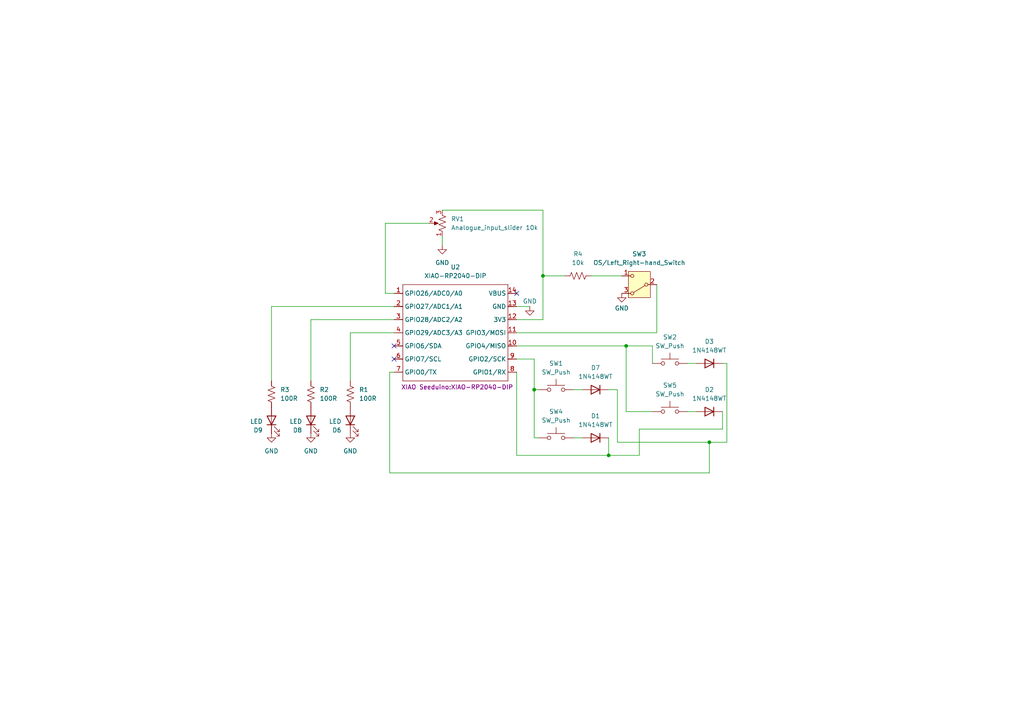
<source format=kicad_sch>
(kicad_sch (version 20250114) (generator "eeschema") (generator_version "9.0")
  (paper "A4")
  (lib_symbols
    (symbol "Device:LED" (pin_numbers (hide yes)) (pin_names (offset 1.016) (hide yes))
      (property "Reference" "D" (at 0 2.54 0))
      (property "Value" "LED" (at 0 -2.54 0))
      (symbol "LED_0_1"
        (polyline (pts (xy -3.048 -0.762) (xy -4.572 -2.286) (xy -3.81 -2.286) (xy -4.572 -2.286) (xy -4.572 -1.524)))
        (polyline (pts (xy -1.778 -0.762) (xy -3.302 -2.286) (xy -2.54 -2.286) (xy -3.302 -2.286) (xy -3.302 -1.524)))
        (polyline (pts (xy -1.27 0) (xy 1.27 0)))
        (polyline (pts (xy -1.27 -1.27) (xy -1.27 1.27)) (stroke (width 0.254)))
        (polyline (pts (xy 1.27 -1.27) (xy 1.27 1.27) (xy -1.27 0) (xy 1.27 -1.27)) (stroke (width 0.254)))
      )
      (symbol "LED_1_1"
        (pin passive line (at -3.81 0 0) (length 2.54) (name "K") (number "1"))
        (pin passive line (at 3.81 0 180) (length 2.54) (name "A") (number "2"))
      )
    )
    (symbol "Device:R_Potentiometer_US" (pin_names (offset 1.016) (hide yes))
      (property "Reference" "RV" (at -4.445 0 90))
      (property "Value" "R_Potentiometer_US" (at -2.54 0 90))
      (symbol "R_Potentiometer_US_0_1"
        (polyline (pts (xy 0 2.54) (xy 0 2.286)))
        (polyline (pts (xy 0 2.286) (xy 1.016 1.905) (xy 0 1.524) (xy -1.016 1.143) (xy 0 0.762)))
        (polyline (pts (xy 0 0.762) (xy 1.016 0.381) (xy 0 0) (xy -1.016 -0.381) (xy 0 -0.762)))
        (polyline (pts (xy 0 -0.762) (xy 1.016 -1.143) (xy 0 -1.524) (xy -1.016 -1.905) (xy 0 -2.286)))
        (polyline (pts (xy 0 -2.286) (xy 0 -2.54)))
        (polyline (pts (xy 1.143 0) (xy 2.286 0.508) (xy 2.286 -0.508) (xy 1.143 0)) (fill (type outline)))
        (polyline (pts (xy 2.54 0) (xy 1.524 0)))
      )
      (symbol "R_Potentiometer_US_1_1"
        (pin passive line (at 0 3.81 270) (length 1.27) (name "1") (number "1"))
        (pin passive line (at 0 -3.81 90) (length 1.27) (name "3") (number "3"))
        (pin passive line (at 3.81 0 180) (length 1.27) (name "2") (number "2"))
      )
    )
    (symbol "Device:R_US" (pin_numbers (hide yes)) (pin_names (offset 0))
      (property "Reference" "R" (at 2.54 0 90))
      (property "Value" "R_US" (at -2.54 0 90))
      (symbol "R_US_0_1"
        (polyline (pts (xy 0 2.286) (xy 0 2.54)))
        (polyline (pts (xy 0 2.286) (xy 1.016 1.905) (xy 0 1.524) (xy -1.016 1.143) (xy 0 0.762)))
        (polyline (pts (xy 0 0.762) (xy 1.016 0.381) (xy 0 0) (xy -1.016 -0.381) (xy 0 -0.762)))
        (polyline (pts (xy 0 -0.762) (xy 1.016 -1.143) (xy 0 -1.524) (xy -1.016 -1.905) (xy 0 -2.286)))
        (polyline (pts (xy 0 -2.286) (xy 0 -2.54)))
      )
      (symbol "R_US_1_1"
        (pin passive line (at 0 3.81 270) (length 1.27) (name "~") (number "1"))
        (pin passive line (at 0 -3.81 90) (length 1.27) (name "~") (number "2"))
      )
    )
    (symbol "Diode:1N4148WT" (pin_numbers (hide yes)) (pin_names (hide yes))
      (property "Reference" "D" (at 0 2.54 0))
      (property "Value" "1N4148WT" (at 0 -2.54 0))
      (symbol "1N4148WT_0_1"
        (polyline (pts (xy -1.27 1.27) (xy -1.27 -1.27)) (stroke (width 0.254)))
        (polyline (pts (xy 1.27 1.27) (xy 1.27 -1.27) (xy -1.27 0) (xy 1.27 1.27)) (stroke (width 0.254)))
        (polyline (pts (xy 1.27 0) (xy -1.27 0)))
      )
      (symbol "1N4148WT_1_1"
        (pin passive line (at -3.81 0 0) (length 2.54) (name "K") (number "1"))
        (pin passive line (at 3.81 0 180) (length 2.54) (name "A") (number "2"))
      )
    )
    (symbol "Seeed XIAO:XIAO-RP2040-DIP"
      (property "Reference" "U" (at 0 0 0))
      (property "Value" "XIAO-RP2040-DIP" (at 5.334 -1.778 0))
      (symbol "XIAO-RP2040-DIP_1_0"
        (polyline (pts (xy -1.27 -2.54) (xy 29.21 -2.54)) (stroke (width 0.1524)))
        (polyline (pts (xy -1.27 -5.08) (xy -2.54 -5.08)) (stroke (width 0.1524)))
        (polyline (pts (xy -1.27 -5.08) (xy -1.27 -2.54)) (stroke (width 0.1524)))
        (polyline (pts (xy -1.27 -8.89) (xy -2.54 -8.89)) (stroke (width 0.1524)))
        (polyline (pts (xy -1.27 -8.89) (xy -1.27 -5.08)) (stroke (width 0.1524)))
        (polyline (pts (xy -1.27 -12.7) (xy -2.54 -12.7)) (stroke (width 0.1524)))
        (polyline (pts (xy -1.27 -12.7) (xy -1.27 -8.89)) (stroke (width 0.1524)))
        (polyline (pts (xy -1.27 -16.51) (xy -2.54 -16.51)) (stroke (width 0.1524)))
        (polyline (pts (xy -1.27 -16.51) (xy -1.27 -12.7)) (stroke (width 0.1524)))
        (polyline (pts (xy -1.27 -20.32) (xy -2.54 -20.32)) (stroke (width 0.1524)))
        (polyline (pts (xy -1.27 -24.13) (xy -2.54 -24.13)) (stroke (width 0.1524)))
        (polyline (pts (xy -1.27 -27.94) (xy -2.54 -27.94)) (stroke (width 0.1524)))
        (polyline (pts (xy -1.27 -30.48) (xy -1.27 -16.51)) (stroke (width 0.1524)))
        (polyline (pts (xy 29.21 -2.54) (xy 29.21 -5.08)) (stroke (width 0.1524)))
        (polyline (pts (xy 29.21 -5.08) (xy 29.21 -8.89)) (stroke (width 0.1524)))
        (polyline (pts (xy 29.21 -8.89) (xy 29.21 -12.7)) (stroke (width 0.1524)))
        (polyline (pts (xy 29.21 -12.7) (xy 29.21 -30.48)) (stroke (width 0.1524)))
        (polyline (pts (xy 29.21 -30.48) (xy -1.27 -30.48)) (stroke (width 0.1524)))
        (polyline (pts (xy 30.48 -5.08) (xy 29.21 -5.08)) (stroke (width 0.1524)))
        (polyline (pts (xy 30.48 -8.89) (xy 29.21 -8.89)) (stroke (width 0.1524)))
        (polyline (pts (xy 30.48 -12.7) (xy 29.21 -12.7)) (stroke (width 0.1524)))
        (polyline (pts (xy 30.48 -16.51) (xy 29.21 -16.51)) (stroke (width 0.1524)))
        (polyline (pts (xy 30.48 -20.32) (xy 29.21 -20.32)) (stroke (width 0.1524)))
        (polyline (pts (xy 30.48 -24.13) (xy 29.21 -24.13)) (stroke (width 0.1524)))
        (polyline (pts (xy 30.48 -27.94) (xy 29.21 -27.94)) (stroke (width 0.1524)))
        (pin passive line (at -3.81 -5.08 0) (length 2.54) (name "GPIO26/ADC0/A0") (number "1"))
        (pin passive line (at -3.81 -8.89 0) (length 2.54) (name "GPIO27/ADC1/A1") (number "2"))
        (pin passive line (at -3.81 -12.7 0) (length 2.54) (name "GPIO28/ADC2/A2") (number "3"))
        (pin passive line (at -3.81 -16.51 0) (length 2.54) (name "GPIO29/ADC3/A3") (number "4"))
        (pin passive line (at -3.81 -20.32 0) (length 2.54) (name "GPIO6/SDA") (number "5"))
        (pin passive line (at -3.81 -24.13 0) (length 2.54) (name "GPIO7/SCL") (number "6"))
        (pin passive line (at -3.81 -27.94 0) (length 2.54) (name "GPIO0/TX") (number "7"))
        (pin passive line (at 31.75 -5.08 180) (length 2.54) (name "VBUS") (number "14"))
        (pin passive line (at 31.75 -8.89 180) (length 2.54) (name "GND") (number "13"))
        (pin passive line (at 31.75 -12.7 180) (length 2.54) (name "3V3") (number "12"))
        (pin passive line (at 31.75 -16.51 180) (length 2.54) (name "GPIO3/MOSI") (number "11"))
        (pin passive line (at 31.75 -20.32 180) (length 2.54) (name "GPIO4/MISO") (number "10"))
        (pin passive line (at 31.75 -24.13 180) (length 2.54) (name "GPIO2/SCK") (number "9"))
        (pin passive line (at 31.75 -27.94 180) (length 2.54) (name "GPIO1/RX") (number "8"))
      )
    )
    (symbol "Switch:SW_Nidec_CAS-120A1" (pin_names (offset 1) (hide yes))
      (property "Reference" "SW" (at 0 4.318 0))
      (property "Value" "SW_Nidec_CAS-120A1" (at 0 -5.08 0))
      (symbol "SW_Nidec_CAS-120A1_0_1"
        (circle (center -2.032 0) (radius 0.4572))
        (polyline (pts (xy -1.651 0.254) (xy 1.651 2.286)))
        (circle (center 2.032 2.54) (radius 0.4572))
        (circle (center 2.032 -2.54) (radius 0.4572))
      )
      (symbol "SW_Nidec_CAS-120A1_1_1"
        (rectangle (start -3.175 3.81) (end 3.175 -3.81) (fill (type background)))
        (pin passive line (at -5.08 0 0) (length 2.54) (name "B") (number "2"))
        (pin passive line (at 5.08 2.54 180) (length 2.54) (name "A") (number "3"))
        (pin passive line (at 5.08 -2.54 180) (length 2.54) (name "C") (number "1"))
      )
    )
    (symbol "Switch:SW_Push" (pin_numbers (hide yes)) (pin_names (offset 1.016) (hide yes))
      (property "Reference" "SW" (at 1.27 2.54 0))
      (property "Value" "SW_Push" (at 0 -1.524 0))
      (symbol "SW_Push_0_1"
        (circle (center -2.032 0) (radius 0.508))
        (polyline (pts (xy 0 1.27) (xy 0 3.048)))
        (circle (center 2.032 0) (radius 0.508))
        (polyline (pts (xy 2.54 1.27) (xy -2.54 1.27)))
        (pin passive line (at -5.08 0 0) (length 2.54) (name "1") (number "1"))
        (pin passive line (at 5.08 0 180) (length 2.54) (name "2") (number "2"))
      )
    )
    (symbol "power:GND" (power) (pin_numbers (hide yes)) (pin_names (offset 0) (hide yes))
      (property "Value" "GND" (at 0 -3.81 0))
      (symbol "GND_0_1"
        (polyline (pts (xy 0 0) (xy 0 -1.27) (xy 1.27 -1.27) (xy 0 -2.54) (xy -1.27 -1.27) (xy 0 -1.27)))
      )
      (symbol "GND_1_1"
        (pin power_in line (at 0 0 270) (length 0) (name "~") (number "1"))
      )
    )
  )
  (junction (at 176.53 132.08))
  (junction (at 205.74 128.27))
  (junction (at 154.94 113.03))
  (junction (at 181.61 100.33))
  (junction (at 157.48 80.01))
  (no_connect (at 114.3 100.33))
  (no_connect (at 149.86 85.09))
  (no_connect (at 114.3 104.14))
  (wire (pts (xy 154.94 113.03) (xy 154.94 104.14)))
  (wire (pts (xy 149.86 100.33) (xy 181.61 100.33)))
  (wire (pts (xy 176.53 132.08) (xy 185.42 132.08)))
  (wire (pts (xy 181.61 119.38) (xy 189.23 119.38)))
  (wire (pts (xy 113.03 107.95) (xy 114.3 107.95)))
  (wire (pts (xy 153.67 88.9) (xy 149.86 88.9)))
  (wire (pts (xy 157.48 60.96) (xy 157.48 80.01)))
  (wire (pts (xy 128.27 60.96) (xy 157.48 60.96)))
  (wire (pts (xy 168.91 113.03) (xy 166.37 113.03)))
  (wire (pts (xy 190.5 96.52) (xy 190.5 82.55)))
  (wire (pts (xy 205.74 128.27) (xy 205.74 137.16)))
  (wire (pts (xy 78.74 88.9) (xy 78.74 110.49)))
  (wire (pts (xy 209.55 124.46) (xy 209.55 119.38)))
  (wire (pts (xy 149.86 92.71) (xy 157.48 92.71)))
  (wire (pts (xy 201.93 105.41) (xy 199.39 105.41)))
  (wire (pts (xy 181.61 100.33) (xy 189.23 100.33)))
  (wire (pts (xy 154.94 127) (xy 154.94 113.03)))
  (wire (pts (xy 181.61 100.33) (xy 181.61 119.38)))
  (wire (pts (xy 149.86 96.52) (xy 190.5 96.52)))
  (wire (pts (xy 111.76 64.77) (xy 111.76 85.09)))
  (wire (pts (xy 113.03 107.95) (xy 113.03 137.16)))
  (wire (pts (xy 210.82 128.27) (xy 210.82 105.41)))
  (wire (pts (xy 185.42 124.46) (xy 209.55 124.46)))
  (wire (pts (xy 185.42 132.08) (xy 185.42 124.46)))
  (wire (pts (xy 149.86 132.08) (xy 149.86 107.95)))
  (wire (pts (xy 111.76 85.09) (xy 114.3 85.09)))
  (wire (pts (xy 114.3 92.71) (xy 90.17 92.71)))
  (wire (pts (xy 149.86 132.08) (xy 176.53 132.08)))
  (wire (pts (xy 179.07 128.27) (xy 179.07 113.03)))
  (wire (pts (xy 179.07 113.03) (xy 176.53 113.03)))
  (wire (pts (xy 201.93 119.38) (xy 199.39 119.38)))
  (wire (pts (xy 168.91 127) (xy 166.37 127)))
  (wire (pts (xy 179.07 128.27) (xy 205.74 128.27)))
  (wire (pts (xy 176.53 132.08) (xy 176.53 127)))
  (wire (pts (xy 114.3 96.52) (xy 101.6 96.52)))
  (wire (pts (xy 157.48 80.01) (xy 157.48 92.71)))
  (wire (pts (xy 154.94 113.03) (xy 156.21 113.03)))
  (wire (pts (xy 205.74 128.27) (xy 210.82 128.27)))
  (wire (pts (xy 157.48 80.01) (xy 163.83 80.01)))
  (wire (pts (xy 171.45 80.01) (xy 180.34 80.01)))
  (wire (pts (xy 90.17 92.71) (xy 90.17 110.49)))
  (wire (pts (xy 101.6 96.52) (xy 101.6 110.49)))
  (wire (pts (xy 156.21 127) (xy 154.94 127)))
  (wire (pts (xy 209.55 105.41) (xy 210.82 105.41)))
  (wire (pts (xy 113.03 137.16) (xy 205.74 137.16)))
  (wire (pts (xy 149.86 104.14) (xy 154.94 104.14)))
  (wire (pts (xy 78.74 88.9) (xy 114.3 88.9)))
  (wire (pts (xy 111.76 64.77) (xy 124.46 64.77)))
  (wire (pts (xy 189.23 100.33) (xy 189.23 105.41)))
  (wire (pts (xy 128.27 68.58) (xy 128.27 71.12)))
  (symbol (lib_id "power:GND") (at 180.34 85.09 0) (unit 1)
    (property "Reference" "#PWR06" (effects (hide yes)))
    (property "Value" "GND" (at 180.34 89.408 0))
    (property "Description" "Power symbol creates a global label with name \"GND\" , ground" (effects (hide yes)))
  )
  (symbol (lib_id "Device:R_US") (at 167.64 80.01 270) (unit 1)
    (property "Reference" "R4" (at 167.64 73.66 90))
    (property "Value" "10k" (at 167.64 76.2 90))
    (property "Footprint" "Resistor_THT:R_Axial_DIN0204_L3.6mm_D1.6mm_P5.08mm_Horizontal" (effects (hide yes)))
    (property "Description" "Resistor, US symbol" (effects (hide yes)))
  )
  (symbol (lib_id "Device:LED") (at 101.6 121.92 90) (unit 1)
    (property "Reference" "D6" (at 99.06 124.7776 90) (effects (justify left)))
    (property "Value" "LED" (at 99.06 122.2376 90) (effects (justify left)))
    (property "Footprint" "LED_THT:LED_D3.0mm" (effects (hide yes)))
    (property "Description" "Light emitting diode" (effects (hide yes)))
    (property "Sim.Pins" "1=K 2=A" (effects (hide yes)))
  )
  (symbol (lib_id "Switch:SW_Push") (at 161.29 113.03 0) (unit 1)
    (property "Reference" "SW1" (at 161.29 105.41 0))
    (property "Value" "SW_Push" (at 161.29 107.95 0))
    (property "Footprint" "Key_Switches:Kailh_socket_MX_PG1350_optional" (effects (hide yes)))
    (property "Description" "Push button switch, generic, two pins" (effects (hide yes)))
  )
  (symbol (lib_id "Seeed XIAO:XIAO-RP2040-DIP") (at 118.11 80.01 0) (unit 1)
    (property "Reference" "U2" (at 132.08 77.47 0))
    (property "Value" "XIAO-RP2040-DIP" (at 132.08 80.01 0))
    (property "Footprint" "XIAO Seeduino:XIAO-RP2040-DIP" (at 132.588 112.268 0))
  )
  (symbol (lib_id "Switch:SW_Push") (at 194.31 105.41 0) (unit 1)
    (property "Reference" "SW2" (at 194.31 97.79 0))
    (property "Value" "SW_Push" (at 194.31 100.33 0))
    (property "Footprint" "Key_Switches:Kailh_socket_MX_PG1350_optional" (effects (hide yes)))
    (property "Description" "Push button switch, generic, two pins" (effects (hide yes)))
  )
  (symbol (lib_id "Diode:1N4148WT") (at 172.72 127 180) (unit 1)
    (property "Reference" "D1" (at 172.72 120.65 0))
    (property "Value" "1N4148WT" (at 172.72 123.19 0))
    (property "Footprint" "Key_Switches:D_DO-35_SOD27_P5.08mm_Horizontal" (effects (hide yes)))
    (property "Datasheet" "https://www.diodes.com/assets/Datasheets/ds30396.pdf" (effects (hide yes)))
    (property "Description" "75V 0.15A Fast switching Diode, SOD-523" (effects (hide yes)))
    (property "Sim.Device" "D" (effects (hide yes)))
    (property "Sim.Pins" "1=K 2=A" (effects (hide yes)))
  )
  (symbol (lib_id "Diode:1N4148WT") (at 172.72 113.03 180) (unit 1)
    (property "Reference" "D7" (at 172.72 106.68 0))
    (property "Value" "1N4148WT" (at 172.72 109.22 0))
    (property "Footprint" "Key_Switches:D_DO-35_SOD27_P5.08mm_Horizontal" (effects (hide yes)))
    (property "Datasheet" "https://www.diodes.com/assets/Datasheets/ds30396.pdf" (effects (hide yes)))
    (property "Description" "75V 0.15A Fast switching Diode, SOD-523" (effects (hide yes)))
    (property "Sim.Device" "D" (effects (hide yes)))
    (property "Sim.Pins" "1=K 2=A" (effects (hide yes)))
  )
  (symbol (lib_id "Device:R_US") (at 101.6 114.3 180) (unit 1)
    (property "Reference" "R1" (at 104.14 113.0299 0) (effects (justify right)))
    (property "Value" "100R" (at 104.14 115.5699 0) (effects (justify right)))
    (property "Footprint" "Resistor_THT:R_Axial_DIN0204_L3.6mm_D1.6mm_P5.08mm_Horizontal" (effects (hide yes)))
    (property "Description" "Resistor, US symbol" (effects (hide yes)))
  )
  (symbol (lib_id "power:GND") (at 90.17 125.73 0) (unit 1)
    (property "Reference" "#PWR04" (effects (hide yes)))
    (property "Value" "GND" (at 90.17 130.81 0))
    (property "Description" "Power symbol creates a global label with name \"GND\" , ground" (effects (hide yes)))
  )
  (symbol (lib_id "Device:R_Potentiometer_US") (at 128.27 64.77 180) (unit 1)
    (property "Reference" "RV1" (at 130.81 63.4999 0) (effects (justify right)))
    (property "Value" "Analogue_input_slider 10k" (at 130.81 66.0399 0) (effects (justify right)))
    (property "Footprint" "CustomFootprints:Potentiometer_slide_75mm_range_60mm_2_sets" (effects (hide yes)))
    (property "Description" "Potentiometer, US symbol" (effects (hide yes)))
  )
  (symbol (lib_id "Switch:SW_Push") (at 194.31 119.38 0) (unit 1)
    (property "Reference" "SW5" (at 194.31 111.76 0))
    (property "Value" "SW_Push" (at 194.31 114.3 0))
    (property "Footprint" "Key_Switches:Kailh_socket_MX_PG1350_optional" (effects (hide yes)))
    (property "Description" "Push button switch, generic, two pins" (effects (hide yes)))
  )
  (symbol (lib_id "Device:LED") (at 90.17 121.92 90) (unit 1)
    (property "Reference" "D8" (at 87.63 124.7776 90) (effects (justify left)))
    (property "Value" "LED" (at 87.63 122.2376 90) (effects (justify left)))
    (property "Footprint" "LED_THT:LED_D3.0mm" (effects (hide yes)))
    (property "Description" "Light emitting diode" (effects (hide yes)))
    (property "Sim.Pins" "1=K 2=A" (effects (hide yes)))
  )
  (symbol (lib_id "power:GND") (at 101.6 125.73 0) (unit 1)
    (property "Reference" "#PWR05" (effects (hide yes)))
    (property "Value" "GND" (at 101.6 130.81 0))
    (property "Description" "Power symbol creates a global label with name \"GND\" , ground" (effects (hide yes)))
  )
  (symbol (lib_id "Device:LED") (at 78.74 121.92 90) (unit 1)
    (property "Reference" "D9" (at 76.2 124.7776 90) (effects (justify left)))
    (property "Value" "LED" (at 76.2 122.2376 90) (effects (justify left)))
    (property "Footprint" "LED_THT:LED_D3.0mm" (effects (hide yes)))
    (property "Description" "Light emitting diode" (effects (hide yes)))
    (property "Sim.Pins" "1=K 2=A" (effects (hide yes)))
  )
  (symbol (lib_id "Switch:SW_Nidec_CAS-120A1") (at 185.42 82.55 180) (unit 1)
    (property "Reference" "SW3" (at 185.42 73.66 0))
    (property "Value" "OS/Left_Right-hand_Switch" (at 185.42 76.2 0))
    (property "Footprint" "CustomFootprints:SPDT_3pin_2_pos_1P2T_tht_2.54mm_switch_sk12d07" (effects (hide yes)))
    (property "Datasheet" "https://www.nidec-components.com/e/catalog/switch/cas.pdf" (effects (hide yes)))
    (property "Description" "Switch, single pole double throw" (effects (hide yes)))
  )
  (symbol (lib_id "power:GND") (at 78.74 125.73 0) (unit 1)
    (property "Reference" "#PWR01" (effects (hide yes)))
    (property "Value" "GND" (at 78.74 130.81 0))
    (property "Description" "Power symbol creates a global label with name \"GND\" , ground" (effects (hide yes)))
  )
  (symbol (lib_id "Diode:1N4148WT") (at 205.74 119.38 180) (unit 1)
    (property "Reference" "D2" (at 205.74 113.03 0))
    (property "Value" "1N4148WT" (at 205.74 115.57 0))
    (property "Footprint" "Key_Switches:D_DO-35_SOD27_P5.08mm_Horizontal" (effects (hide yes)))
    (property "Datasheet" "https://www.diodes.com/assets/Datasheets/ds30396.pdf" (effects (hide yes)))
    (property "Description" "75V 0.15A Fast switching Diode, SOD-523" (effects (hide yes)))
    (property "Sim.Device" "D" (effects (hide yes)))
    (property "Sim.Pins" "1=K 2=A" (effects (hide yes)))
  )
  (symbol (lib_id "power:GND") (at 128.27 71.12 0) (unit 1)
    (property "Reference" "#PWR02" (effects (hide yes)))
    (property "Value" "GND" (at 128.27 76.2 0))
    (property "Description" "Power symbol creates a global label with name \"GND\" , ground" (effects (hide yes)))
  )
  (symbol (lib_id "power:GND") (at 153.67 88.9 0) (unit 1)
    (property "Reference" "#PWR03" (effects (hide yes)))
    (property "Value" "GND" (at 153.67 87.376 0))
    (property "Description" "Power symbol creates a global label with name \"GND\" , ground" (effects (hide yes)))
  )
  (symbol (lib_id "Device:R_US") (at 90.17 114.3 180) (unit 1)
    (property "Reference" "R2" (at 92.71 113.0299 0) (effects (justify right)))
    (property "Value" "100R" (at 92.71 115.5699 0) (effects (justify right)))
    (property "Footprint" "Resistor_THT:R_Axial_DIN0204_L3.6mm_D1.6mm_P5.08mm_Horizontal" (effects (hide yes)))
    (property "Description" "Resistor, US symbol" (effects (hide yes)))
  )
  (symbol (lib_id "Switch:SW_Push") (at 161.29 127 0) (unit 1)
    (property "Reference" "SW4" (at 161.29 119.38 0))
    (property "Value" "SW_Push" (at 161.29 121.92 0))
    (property "Footprint" "Key_Switches:Kailh_socket_MX_PG1350_optional" (effects (hide yes)))
    (property "Description" "Push button switch, generic, two pins" (effects (hide yes)))
  )
  (symbol (lib_id "Diode:1N4148WT") (at 205.74 105.41 180) (unit 1)
    (property "Reference" "D3" (at 205.74 99.06 0))
    (property "Value" "1N4148WT" (at 205.74 101.6 0))
    (property "Footprint" "Key_Switches:D_DO-35_SOD27_P5.08mm_Horizontal" (effects (hide yes)))
    (property "Datasheet" "https://www.diodes.com/assets/Datasheets/ds30396.pdf" (effects (hide yes)))
    (property "Description" "75V 0.15A Fast switching Diode, SOD-523" (effects (hide yes)))
    (property "Sim.Device" "D" (effects (hide yes)))
    (property "Sim.Pins" "1=K 2=A" (effects (hide yes)))
  )
  (symbol (lib_id "Device:R_US") (at 78.74 114.3 180) (unit 1)
    (property "Reference" "R3" (at 81.28 113.0299 0) (effects (justify right)))
    (property "Value" "100R" (at 81.28 115.5699 0) (effects (justify right)))
    (property "Footprint" "Resistor_THT:R_Axial_DIN0204_L3.6mm_D1.6mm_P5.08mm_Horizontal" (effects (hide yes)))
    (property "Description" "Resistor, US symbol" (effects (hide yes)))
  )
)
</source>
